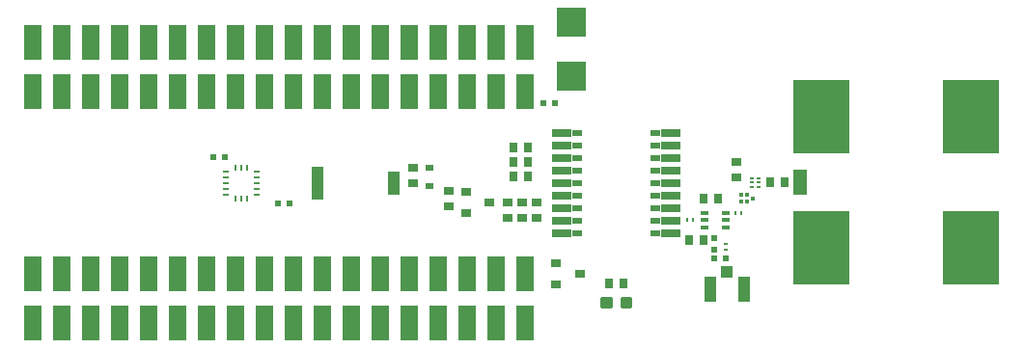
<source format=gtp>
G75*
%MOIN*%
%OFA0B0*%
%FSLAX25Y25*%
%IPPOS*%
%LPD*%
%AMOC8*
5,1,8,0,0,1.08239X$1,22.5*
%
%ADD10R,0.01969X0.00984*%
%ADD11R,0.00984X0.01969*%
%ADD12R,0.01969X0.01969*%
%ADD13R,0.03500X0.03100*%
%ADD14R,0.10000X0.10000*%
%ADD15R,0.06000X0.12000*%
%ADD16C,0.01181*%
%ADD17R,0.02756X0.03543*%
%ADD18R,0.03543X0.02756*%
%ADD19R,0.07087X0.02756*%
%ADD20R,0.07087X0.03150*%
%ADD21R,0.03543X0.02362*%
%ADD22R,0.03543X0.02165*%
%ADD23R,0.03937X0.04134*%
%ADD24R,0.04134X0.08661*%
%ADD25R,0.03150X0.02362*%
%ADD26R,0.04724X0.09055*%
%ADD27R,0.19685X0.25591*%
%ADD28R,0.03937X0.07874*%
%ADD29R,0.04331X0.11811*%
%ADD30R,0.03543X0.03150*%
%ADD31R,0.02953X0.01181*%
%ADD32R,0.01378X0.01673*%
%ADD33R,0.01772X0.00984*%
%ADD34R,0.00984X0.01378*%
%ADD35R,0.01378X0.00984*%
D10*
X0135595Y0125191D03*
X0135595Y0127159D03*
X0135595Y0129128D03*
X0135595Y0131096D03*
X0135595Y0133065D03*
X0146225Y0133065D03*
X0146225Y0131096D03*
X0146225Y0129128D03*
X0146225Y0127159D03*
X0146225Y0125191D03*
D11*
X0142879Y0123813D03*
X0140910Y0123813D03*
X0138942Y0123813D03*
X0138942Y0134443D03*
X0140910Y0134443D03*
X0142879Y0134443D03*
D12*
X0135253Y0137990D03*
X0131253Y0137990D03*
X0153430Y0121962D03*
X0157430Y0121962D03*
X0245245Y0156592D03*
X0249245Y0156592D03*
X0304122Y0110093D03*
X0304122Y0106093D03*
X0304322Y0102993D03*
X0308322Y0102993D03*
D13*
X0226422Y0122389D03*
X0218422Y0118589D03*
X0218422Y0126189D03*
D14*
X0254839Y0166173D03*
X0254839Y0184673D03*
D15*
X0068934Y0080628D03*
X0078934Y0080628D03*
X0088934Y0080628D03*
X0098934Y0080628D03*
X0108934Y0080628D03*
X0118934Y0080628D03*
X0128934Y0080628D03*
X0138934Y0080628D03*
X0148934Y0080628D03*
X0158934Y0080628D03*
X0168934Y0080628D03*
X0178934Y0080628D03*
X0188934Y0080628D03*
X0198934Y0080628D03*
X0208934Y0080628D03*
X0218934Y0080628D03*
X0228934Y0080628D03*
X0238934Y0080628D03*
X0238934Y0097628D03*
X0228934Y0097628D03*
X0218934Y0097628D03*
X0208934Y0097628D03*
X0198934Y0097628D03*
X0188934Y0097628D03*
X0178934Y0097628D03*
X0168934Y0097628D03*
X0158934Y0097628D03*
X0148934Y0097628D03*
X0138934Y0097628D03*
X0128934Y0097628D03*
X0118934Y0097628D03*
X0108934Y0097628D03*
X0098934Y0097628D03*
X0088934Y0097628D03*
X0078934Y0097628D03*
X0068934Y0097628D03*
X0068934Y0160628D03*
X0078934Y0160628D03*
X0088934Y0160628D03*
X0098934Y0160628D03*
X0108934Y0160628D03*
X0118934Y0160628D03*
X0128934Y0160628D03*
X0138934Y0160628D03*
X0148934Y0160628D03*
X0158934Y0160628D03*
X0168934Y0160628D03*
X0178934Y0160628D03*
X0188934Y0160628D03*
X0198934Y0160628D03*
X0208934Y0160628D03*
X0218934Y0160628D03*
X0228934Y0160628D03*
X0238934Y0160628D03*
X0238934Y0177628D03*
X0228934Y0177628D03*
X0218934Y0177628D03*
X0208934Y0177628D03*
X0198934Y0177628D03*
X0188934Y0177628D03*
X0178934Y0177628D03*
X0168934Y0177628D03*
X0158934Y0177628D03*
X0148934Y0177628D03*
X0138934Y0177628D03*
X0128934Y0177628D03*
X0118934Y0177628D03*
X0108934Y0177628D03*
X0098934Y0177628D03*
X0088934Y0177628D03*
X0078934Y0177628D03*
X0068934Y0177628D03*
D16*
X0268351Y0089171D02*
X0268351Y0086415D01*
X0265595Y0086415D01*
X0265595Y0089171D01*
X0268351Y0089171D01*
X0268351Y0087595D02*
X0265595Y0087595D01*
X0265595Y0088775D02*
X0268351Y0088775D01*
X0275257Y0089171D02*
X0275257Y0086415D01*
X0272501Y0086415D01*
X0272501Y0089171D01*
X0275257Y0089171D01*
X0275257Y0087595D02*
X0272501Y0087595D01*
X0272501Y0088775D02*
X0275257Y0088775D01*
D17*
X0272977Y0094293D03*
X0267859Y0094293D03*
X0295363Y0109293D03*
X0300481Y0109293D03*
X0300363Y0123793D03*
X0305481Y0123793D03*
X0323363Y0129293D03*
X0328481Y0129293D03*
X0239981Y0131289D03*
X0234863Y0131289D03*
X0234863Y0136297D03*
X0239981Y0136297D03*
X0239981Y0141297D03*
X0234863Y0141297D03*
D18*
X0212422Y0126348D03*
X0212422Y0121230D03*
X0200087Y0129210D03*
X0200087Y0134328D03*
X0232926Y0122352D03*
X0237922Y0122352D03*
X0242926Y0122352D03*
X0242926Y0117234D03*
X0237922Y0117234D03*
X0232926Y0117234D03*
X0311922Y0131234D03*
X0311922Y0136352D03*
D19*
X0289040Y0146557D03*
X0251638Y0146557D03*
X0251638Y0111911D03*
X0289040Y0111911D03*
D20*
X0289040Y0116242D03*
X0289040Y0120573D03*
X0289040Y0124903D03*
X0289040Y0129234D03*
X0289040Y0133565D03*
X0289040Y0137895D03*
X0289040Y0142226D03*
X0251638Y0142226D03*
X0251638Y0137895D03*
X0251638Y0133565D03*
X0251638Y0129234D03*
X0251638Y0124903D03*
X0251638Y0120573D03*
X0251638Y0116242D03*
D21*
X0256953Y0116242D03*
X0256953Y0120376D03*
X0256953Y0124903D03*
X0256953Y0129234D03*
X0256953Y0133565D03*
X0256953Y0137895D03*
X0256953Y0142226D03*
X0283725Y0142226D03*
X0283725Y0137895D03*
X0283725Y0133565D03*
X0283725Y0129234D03*
X0283725Y0124903D03*
X0283725Y0120573D03*
X0283725Y0116242D03*
D22*
X0283725Y0111911D03*
X0256953Y0111911D03*
X0256953Y0146557D03*
X0283725Y0146557D03*
D23*
X0308572Y0098311D03*
D24*
X0314379Y0092297D03*
X0302764Y0092297D03*
D25*
X0205757Y0128120D03*
X0205757Y0134419D03*
D26*
X0333808Y0129403D03*
D27*
X0341288Y0152041D03*
X0392863Y0152041D03*
X0392863Y0106765D03*
X0341288Y0106765D03*
D28*
X0193420Y0129128D03*
D29*
X0167042Y0129128D03*
D30*
X0249481Y0101533D03*
X0257749Y0097793D03*
X0249481Y0094053D03*
D31*
X0300682Y0113734D03*
X0300682Y0116293D03*
X0300682Y0118852D03*
X0308162Y0118852D03*
X0308162Y0116293D03*
X0308162Y0113734D03*
D32*
X0313453Y0122661D03*
X0315422Y0122661D03*
X0315422Y0124925D03*
X0313453Y0124925D03*
X0317390Y0123793D03*
D33*
X0317241Y0127718D03*
X0317241Y0129293D03*
X0317241Y0130868D03*
X0319603Y0130868D03*
X0319603Y0129293D03*
X0319603Y0127718D03*
D34*
X0313406Y0118843D03*
X0311438Y0118843D03*
X0296906Y0116293D03*
X0294938Y0116293D03*
D35*
X0308322Y0108177D03*
X0308322Y0106209D03*
M02*

</source>
